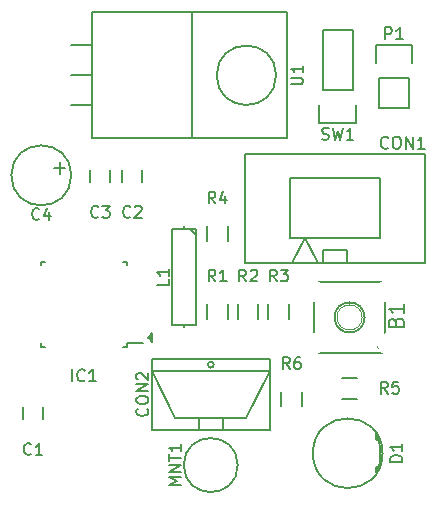
<source format=gbr>
G04 #@! TF.GenerationSoftware,KiCad,Pcbnew,(2017-09-19 revision dddaa7e69)-makepkg*
G04 #@! TF.CreationDate,2017-11-10T03:38:53+01:00*
G04 #@! TF.ProjectId,EPSON_STYLUS_DX4050_INK_CHIP_RESETTER,4550534F4E5F5354594C55535F445834,1*
G04 #@! TF.SameCoordinates,Original*
G04 #@! TF.FileFunction,Legend,Top*
G04 #@! TF.FilePolarity,Positive*
%FSLAX46Y46*%
G04 Gerber Fmt 4.6, Leading zero omitted, Abs format (unit mm)*
G04 Created by KiCad (PCBNEW (2017-09-19 revision dddaa7e69)-makepkg) date 11/10/17 03:38:53*
%MOMM*%
%LPD*%
G01*
G04 APERTURE LIST*
%ADD10C,0.200000*%
%ADD11C,0.127000*%
%ADD12C,0.100000*%
%ADD13C,0.063500*%
%ADD14C,0.150000*%
%ADD15C,0.203200*%
%ADD16C,1.905000*%
%ADD17C,1.524000*%
%ADD18R,2.032000X2.032000*%
%ADD19O,2.032000X2.032000*%
%ADD20R,2.032000X1.727200*%
%ADD21O,2.032000X1.727200*%
%ADD22O,2.499360X1.501140*%
%ADD23C,3.799840*%
%ADD24R,1.250000X1.500000*%
%ADD25C,1.501140*%
%ADD26R,1.524000X1.524000*%
%ADD27C,1.700000*%
%ADD28O,1.000000X1.900000*%
%ADD29R,1.000000X1.900000*%
%ADD30R,1.600000X0.550000*%
%ADD31R,0.550000X1.600000*%
%ADD32R,1.300000X1.500000*%
%ADD33R,1.500000X1.300000*%
%ADD34C,4.064000*%
G04 APERTURE END LIST*
D10*
X147150000Y-111650000D02*
X147200000Y-111750000D01*
X147000000Y-111700000D02*
X147150000Y-111700000D01*
X146950000Y-111700000D02*
X147000000Y-111650000D01*
X147000000Y-111750000D02*
X146950000Y-111700000D01*
X147300000Y-112050000D02*
X147000000Y-111750000D01*
X147300000Y-111350000D02*
X147300000Y-112050000D01*
X147000000Y-111650000D02*
X147300000Y-111350000D01*
X166200000Y-123100000D02*
X166200000Y-122700000D01*
X166200000Y-119800000D02*
X166200000Y-120300000D01*
X166500000Y-122600000D02*
X166500000Y-122400000D01*
X166400000Y-122700000D02*
X166500000Y-122600000D01*
X166400000Y-122600000D02*
X166400000Y-122700000D01*
X166500000Y-120600000D02*
X166600000Y-120700000D01*
X166500000Y-120400000D02*
X166500000Y-120600000D01*
X166400000Y-120300000D02*
X166500000Y-120400000D01*
X166400000Y-120400000D02*
X166400000Y-120300000D01*
X166600000Y-122300000D02*
X166600000Y-120800000D01*
D11*
X166999740Y-107200920D02*
X167497580Y-107200920D01*
X167497580Y-107200920D02*
X167497580Y-108300740D01*
X167497580Y-108300740D02*
X166999740Y-108300740D01*
X166999740Y-111699260D02*
X167497580Y-111699260D01*
X167497580Y-111699260D02*
X167497580Y-112799080D01*
X167497580Y-112799080D02*
X166999740Y-112799080D01*
X161000260Y-112799080D02*
X160502420Y-112799080D01*
X160502420Y-112799080D02*
X160502420Y-111699260D01*
X160502420Y-111699260D02*
X161000260Y-111699260D01*
X161000260Y-107200920D02*
X160502420Y-107200920D01*
X160502420Y-107200920D02*
X160502420Y-108300740D01*
X160502420Y-108300740D02*
X161000260Y-108300740D01*
X166898140Y-107000260D02*
X161101860Y-107000260D01*
X161000260Y-107101860D02*
X161000260Y-108300740D01*
X161000260Y-108300740D02*
X161000260Y-111699260D01*
X161000260Y-111699260D02*
X161000260Y-112898140D01*
X161101860Y-112999740D02*
X166898140Y-112999740D01*
X166999740Y-112898140D02*
X166999740Y-111699260D01*
X166999740Y-111699260D02*
X166999740Y-108300740D01*
X166999740Y-108300740D02*
X166999740Y-107101860D01*
D12*
X165059670Y-110000000D02*
G75*
G03X165059670Y-110000000I-1059670J0D01*
G01*
D13*
X166639452Y-107500640D02*
G75*
G03X166639452Y-107500640I-140092J0D01*
G01*
X166639452Y-112499360D02*
G75*
G03X166639452Y-112499360I-140092J0D01*
G01*
X161640732Y-112499360D02*
G75*
G03X161640732Y-112499360I-140092J0D01*
G01*
X161640732Y-107500640D02*
G75*
G03X161640732Y-107500640I-140092J0D01*
G01*
D10*
X165271604Y-110000000D02*
G75*
G03X165271604Y-110000000I-1271604J0D01*
G01*
D11*
X166999740Y-107101860D02*
G75*
G03X166898140Y-107000260I-101600J0D01*
G01*
X161101860Y-107000260D02*
G75*
G03X161000260Y-107101860I0J-101600D01*
G01*
X161000260Y-112898140D02*
G75*
G03X161101860Y-112999740I101600J0D01*
G01*
X166898140Y-112999740D02*
G75*
G03X166999740Y-112898140I0J101600D01*
G01*
D14*
X150000000Y-101520000D02*
X150000000Y-102536000D01*
X150000000Y-102536000D02*
X151016000Y-102536000D01*
X151016000Y-102536000D02*
X151016000Y-110664000D01*
X151016000Y-110664000D02*
X148984000Y-110664000D01*
X148984000Y-110664000D02*
X148984000Y-102536000D01*
X148984000Y-102536000D02*
X150000000Y-102536000D01*
X150508000Y-102536000D02*
X151016000Y-103044000D01*
X150000000Y-111680000D02*
X150000000Y-110664000D01*
X169020000Y-89770000D02*
X169020000Y-92310000D01*
X169300000Y-86950000D02*
X169300000Y-88500000D01*
X169020000Y-89770000D02*
X166480000Y-89770000D01*
X166200000Y-88500000D02*
X166200000Y-86950000D01*
X166200000Y-86950000D02*
X169300000Y-86950000D01*
X166480000Y-89770000D02*
X166480000Y-92310000D01*
X166480000Y-92310000D02*
X169020000Y-92310000D01*
X164270000Y-90730000D02*
X164270000Y-85650000D01*
X164270000Y-85650000D02*
X161730000Y-85650000D01*
X161730000Y-85650000D02*
X161730000Y-90730000D01*
X161450000Y-93550000D02*
X161450000Y-92000000D01*
X161730000Y-90730000D02*
X164270000Y-90730000D01*
X164550000Y-92000000D02*
X164550000Y-93550000D01*
X164550000Y-93550000D02*
X161450000Y-93550000D01*
X157778472Y-89500000D02*
G75*
G03X157778472Y-89500000I-2514472J0D01*
G01*
X142183000Y-86960000D02*
X140405000Y-86960000D01*
X142183000Y-89500000D02*
X140405000Y-89500000D01*
X142183000Y-92040000D02*
X140405000Y-92040000D01*
X150692000Y-94834000D02*
X158693000Y-94834000D01*
X158693000Y-94834000D02*
X158693000Y-84166000D01*
X158693000Y-84166000D02*
X150692000Y-84166000D01*
X142183000Y-94834000D02*
X150692000Y-94834000D01*
X150692000Y-94834000D02*
X150692000Y-84166000D01*
X150692000Y-84166000D02*
X142183000Y-84166000D01*
X142183000Y-89500000D02*
X142183000Y-84166000D01*
X142183000Y-89500000D02*
X142183000Y-94834000D01*
X136350000Y-117600000D02*
X136350000Y-118600000D01*
X138050000Y-118600000D02*
X138050000Y-117600000D01*
X144750000Y-97500000D02*
X144750000Y-98500000D01*
X146450000Y-98500000D02*
X146450000Y-97500000D01*
X143750000Y-98500000D02*
X143750000Y-97500000D01*
X142050000Y-97500000D02*
X142050000Y-98500000D01*
X139449400Y-96852400D02*
X139449400Y-97817600D01*
X139932000Y-97360400D02*
X138966800Y-97360400D01*
X140440000Y-97970000D02*
G75*
G03X140440000Y-97970000I-2540000J0D01*
G01*
X160250000Y-103250000D02*
X161250000Y-105250000D01*
X160250000Y-103250000D02*
X159250000Y-105250000D01*
X163750000Y-105250000D02*
X163750000Y-104250000D01*
X163750000Y-104250000D02*
X161750000Y-104250000D01*
X161750000Y-104250000D02*
X161750000Y-105250000D01*
X155130000Y-105350000D02*
X170370000Y-105350000D01*
X170370000Y-105350000D02*
X170370000Y-96150000D01*
X170370000Y-96150000D02*
X155130000Y-96150000D01*
X155130000Y-96150000D02*
X155130000Y-105350000D01*
D15*
X166560000Y-103290000D02*
X158940000Y-103290000D01*
X158940000Y-98210000D02*
X166560000Y-98210000D01*
X166560000Y-98210000D02*
X166560000Y-103290000D01*
X158940000Y-103290000D02*
X158940000Y-98210000D01*
D14*
X147250000Y-114500000D02*
X147250000Y-119500000D01*
X147250000Y-119500000D02*
X157250000Y-119500000D01*
X157250000Y-119500000D02*
X157250000Y-114500000D01*
X152500000Y-114000000D02*
G75*
G03X152500000Y-114000000I-250000J0D01*
G01*
X147250000Y-114500000D02*
X147250000Y-113500000D01*
X147250000Y-113500000D02*
X157250000Y-113500000D01*
X157250000Y-113500000D02*
X157250000Y-114500000D01*
X153250000Y-119500000D02*
X153250000Y-118500000D01*
X151250000Y-119500000D02*
X151250000Y-118500000D01*
X157250000Y-114500000D02*
X155250000Y-118500000D01*
X155250000Y-118500000D02*
X149250000Y-118500000D01*
X149250000Y-118500000D02*
X147250000Y-114500000D01*
X147250000Y-114500000D02*
X157250000Y-114500000D01*
X166345000Y-120400000D02*
X166345000Y-119950000D01*
X166795000Y-121500000D02*
G75*
G03X166795000Y-121500000I-2950000J0D01*
G01*
X166345000Y-122600000D02*
X166345000Y-123050000D01*
X145125000Y-112525000D02*
X145125000Y-112200000D01*
X137875000Y-112525000D02*
X137875000Y-112200000D01*
X137875000Y-105275000D02*
X137875000Y-105600000D01*
X145125000Y-105275000D02*
X145125000Y-105600000D01*
X145125000Y-112525000D02*
X144800000Y-112525000D01*
X145125000Y-105275000D02*
X144800000Y-105275000D01*
X137875000Y-105275000D02*
X138200000Y-105275000D01*
X137875000Y-112525000D02*
X138200000Y-112525000D01*
X145125000Y-112200000D02*
X146550000Y-112200000D01*
X151925000Y-110100000D02*
X151925000Y-108900000D01*
X153675000Y-108900000D02*
X153675000Y-110100000D01*
X154525000Y-110100000D02*
X154525000Y-108900000D01*
X156275000Y-108900000D02*
X156275000Y-110100000D01*
X157125000Y-110100000D02*
X157125000Y-108900000D01*
X158875000Y-108900000D02*
X158875000Y-110100000D01*
X153675000Y-102300000D02*
X153675000Y-103500000D01*
X151925000Y-103500000D02*
X151925000Y-102300000D01*
X164600000Y-116875000D02*
X163400000Y-116875000D01*
X163400000Y-115125000D02*
X164600000Y-115125000D01*
X158225000Y-117500000D02*
X158225000Y-116300000D01*
X159975000Y-116300000D02*
X159975000Y-117500000D01*
X154536000Y-122500000D02*
G75*
G03X154536000Y-122500000I-2286000J0D01*
G01*
X167909285Y-110414047D02*
X167969761Y-110232619D01*
X168030238Y-110172142D01*
X168151190Y-110111666D01*
X168332619Y-110111666D01*
X168453571Y-110172142D01*
X168514047Y-110232619D01*
X168574523Y-110353571D01*
X168574523Y-110837380D01*
X167304523Y-110837380D01*
X167304523Y-110414047D01*
X167365000Y-110293095D01*
X167425476Y-110232619D01*
X167546428Y-110172142D01*
X167667380Y-110172142D01*
X167788333Y-110232619D01*
X167848809Y-110293095D01*
X167909285Y-110414047D01*
X167909285Y-110837380D01*
X168574523Y-108902142D02*
X168574523Y-109627857D01*
X168574523Y-109265000D02*
X167304523Y-109265000D01*
X167485952Y-109385952D01*
X167606904Y-109506904D01*
X167667380Y-109627857D01*
X148702380Y-106766666D02*
X148702380Y-107242857D01*
X147702380Y-107242857D01*
X148702380Y-105909523D02*
X148702380Y-106480952D01*
X148702380Y-106195238D02*
X147702380Y-106195238D01*
X147845238Y-106290476D01*
X147940476Y-106385714D01*
X147988095Y-106480952D01*
X167011904Y-86452380D02*
X167011904Y-85452380D01*
X167392857Y-85452380D01*
X167488095Y-85500000D01*
X167535714Y-85547619D01*
X167583333Y-85642857D01*
X167583333Y-85785714D01*
X167535714Y-85880952D01*
X167488095Y-85928571D01*
X167392857Y-85976190D01*
X167011904Y-85976190D01*
X168535714Y-86452380D02*
X167964285Y-86452380D01*
X168250000Y-86452380D02*
X168250000Y-85452380D01*
X168154761Y-85595238D01*
X168059523Y-85690476D01*
X167964285Y-85738095D01*
X161666666Y-94904761D02*
X161809523Y-94952380D01*
X162047619Y-94952380D01*
X162142857Y-94904761D01*
X162190476Y-94857142D01*
X162238095Y-94761904D01*
X162238095Y-94666666D01*
X162190476Y-94571428D01*
X162142857Y-94523809D01*
X162047619Y-94476190D01*
X161857142Y-94428571D01*
X161761904Y-94380952D01*
X161714285Y-94333333D01*
X161666666Y-94238095D01*
X161666666Y-94142857D01*
X161714285Y-94047619D01*
X161761904Y-94000000D01*
X161857142Y-93952380D01*
X162095238Y-93952380D01*
X162238095Y-94000000D01*
X162571428Y-93952380D02*
X162809523Y-94952380D01*
X163000000Y-94238095D01*
X163190476Y-94952380D01*
X163428571Y-93952380D01*
X164333333Y-94952380D02*
X163761904Y-94952380D01*
X164047619Y-94952380D02*
X164047619Y-93952380D01*
X163952380Y-94095238D01*
X163857142Y-94190476D01*
X163761904Y-94238095D01*
X159052380Y-90261904D02*
X159861904Y-90261904D01*
X159957142Y-90214285D01*
X160004761Y-90166666D01*
X160052380Y-90071428D01*
X160052380Y-89880952D01*
X160004761Y-89785714D01*
X159957142Y-89738095D01*
X159861904Y-89690476D01*
X159052380Y-89690476D01*
X160052380Y-88690476D02*
X160052380Y-89261904D01*
X160052380Y-88976190D02*
X159052380Y-88976190D01*
X159195238Y-89071428D01*
X159290476Y-89166666D01*
X159338095Y-89261904D01*
X137033333Y-121557142D02*
X136985714Y-121604761D01*
X136842857Y-121652380D01*
X136747619Y-121652380D01*
X136604761Y-121604761D01*
X136509523Y-121509523D01*
X136461904Y-121414285D01*
X136414285Y-121223809D01*
X136414285Y-121080952D01*
X136461904Y-120890476D01*
X136509523Y-120795238D01*
X136604761Y-120700000D01*
X136747619Y-120652380D01*
X136842857Y-120652380D01*
X136985714Y-120700000D01*
X137033333Y-120747619D01*
X137985714Y-121652380D02*
X137414285Y-121652380D01*
X137700000Y-121652380D02*
X137700000Y-120652380D01*
X137604761Y-120795238D01*
X137509523Y-120890476D01*
X137414285Y-120938095D01*
X145433333Y-101457142D02*
X145385714Y-101504761D01*
X145242857Y-101552380D01*
X145147619Y-101552380D01*
X145004761Y-101504761D01*
X144909523Y-101409523D01*
X144861904Y-101314285D01*
X144814285Y-101123809D01*
X144814285Y-100980952D01*
X144861904Y-100790476D01*
X144909523Y-100695238D01*
X145004761Y-100600000D01*
X145147619Y-100552380D01*
X145242857Y-100552380D01*
X145385714Y-100600000D01*
X145433333Y-100647619D01*
X145814285Y-100647619D02*
X145861904Y-100600000D01*
X145957142Y-100552380D01*
X146195238Y-100552380D01*
X146290476Y-100600000D01*
X146338095Y-100647619D01*
X146385714Y-100742857D01*
X146385714Y-100838095D01*
X146338095Y-100980952D01*
X145766666Y-101552380D01*
X146385714Y-101552380D01*
X142733333Y-101457142D02*
X142685714Y-101504761D01*
X142542857Y-101552380D01*
X142447619Y-101552380D01*
X142304761Y-101504761D01*
X142209523Y-101409523D01*
X142161904Y-101314285D01*
X142114285Y-101123809D01*
X142114285Y-100980952D01*
X142161904Y-100790476D01*
X142209523Y-100695238D01*
X142304761Y-100600000D01*
X142447619Y-100552380D01*
X142542857Y-100552380D01*
X142685714Y-100600000D01*
X142733333Y-100647619D01*
X143066666Y-100552380D02*
X143685714Y-100552380D01*
X143352380Y-100933333D01*
X143495238Y-100933333D01*
X143590476Y-100980952D01*
X143638095Y-101028571D01*
X143685714Y-101123809D01*
X143685714Y-101361904D01*
X143638095Y-101457142D01*
X143590476Y-101504761D01*
X143495238Y-101552380D01*
X143209523Y-101552380D01*
X143114285Y-101504761D01*
X143066666Y-101457142D01*
X137733333Y-101657142D02*
X137685714Y-101704761D01*
X137542857Y-101752380D01*
X137447619Y-101752380D01*
X137304761Y-101704761D01*
X137209523Y-101609523D01*
X137161904Y-101514285D01*
X137114285Y-101323809D01*
X137114285Y-101180952D01*
X137161904Y-100990476D01*
X137209523Y-100895238D01*
X137304761Y-100800000D01*
X137447619Y-100752380D01*
X137542857Y-100752380D01*
X137685714Y-100800000D01*
X137733333Y-100847619D01*
X138590476Y-101085714D02*
X138590476Y-101752380D01*
X138352380Y-100704761D02*
X138114285Y-101419047D01*
X138733333Y-101419047D01*
D15*
X167266285Y-95612857D02*
X167217904Y-95661238D01*
X167072761Y-95709619D01*
X166976000Y-95709619D01*
X166830857Y-95661238D01*
X166734095Y-95564476D01*
X166685714Y-95467714D01*
X166637333Y-95274190D01*
X166637333Y-95129047D01*
X166685714Y-94935523D01*
X166734095Y-94838761D01*
X166830857Y-94742000D01*
X166976000Y-94693619D01*
X167072761Y-94693619D01*
X167217904Y-94742000D01*
X167266285Y-94790380D01*
X167895238Y-94693619D02*
X168088761Y-94693619D01*
X168185523Y-94742000D01*
X168282285Y-94838761D01*
X168330666Y-95032285D01*
X168330666Y-95370952D01*
X168282285Y-95564476D01*
X168185523Y-95661238D01*
X168088761Y-95709619D01*
X167895238Y-95709619D01*
X167798476Y-95661238D01*
X167701714Y-95564476D01*
X167653333Y-95370952D01*
X167653333Y-95032285D01*
X167701714Y-94838761D01*
X167798476Y-94742000D01*
X167895238Y-94693619D01*
X168766095Y-95709619D02*
X168766095Y-94693619D01*
X169346666Y-95709619D01*
X169346666Y-94693619D01*
X170362666Y-95709619D02*
X169782095Y-95709619D01*
X170072380Y-95709619D02*
X170072380Y-94693619D01*
X169975619Y-94838761D01*
X169878857Y-94935523D01*
X169782095Y-94983904D01*
D14*
X146857142Y-117714285D02*
X146904761Y-117761904D01*
X146952380Y-117904761D01*
X146952380Y-118000000D01*
X146904761Y-118142857D01*
X146809523Y-118238095D01*
X146714285Y-118285714D01*
X146523809Y-118333333D01*
X146380952Y-118333333D01*
X146190476Y-118285714D01*
X146095238Y-118238095D01*
X146000000Y-118142857D01*
X145952380Y-118000000D01*
X145952380Y-117904761D01*
X146000000Y-117761904D01*
X146047619Y-117714285D01*
X145952380Y-117095238D02*
X145952380Y-116904761D01*
X146000000Y-116809523D01*
X146095238Y-116714285D01*
X146285714Y-116666666D01*
X146619047Y-116666666D01*
X146809523Y-116714285D01*
X146904761Y-116809523D01*
X146952380Y-116904761D01*
X146952380Y-117095238D01*
X146904761Y-117190476D01*
X146809523Y-117285714D01*
X146619047Y-117333333D01*
X146285714Y-117333333D01*
X146095238Y-117285714D01*
X146000000Y-117190476D01*
X145952380Y-117095238D01*
X146952380Y-116238095D02*
X145952380Y-116238095D01*
X146952380Y-115666666D01*
X145952380Y-115666666D01*
X146047619Y-115238095D02*
X146000000Y-115190476D01*
X145952380Y-115095238D01*
X145952380Y-114857142D01*
X146000000Y-114761904D01*
X146047619Y-114714285D01*
X146142857Y-114666666D01*
X146238095Y-114666666D01*
X146380952Y-114714285D01*
X146952380Y-115285714D01*
X146952380Y-114666666D01*
X168452380Y-122238095D02*
X167452380Y-122238095D01*
X167452380Y-122000000D01*
X167500000Y-121857142D01*
X167595238Y-121761904D01*
X167690476Y-121714285D01*
X167880952Y-121666666D01*
X168023809Y-121666666D01*
X168214285Y-121714285D01*
X168309523Y-121761904D01*
X168404761Y-121857142D01*
X168452380Y-122000000D01*
X168452380Y-122238095D01*
X168452380Y-120714285D02*
X168452380Y-121285714D01*
X168452380Y-121000000D02*
X167452380Y-121000000D01*
X167595238Y-121095238D01*
X167690476Y-121190476D01*
X167738095Y-121285714D01*
X140523809Y-115402380D02*
X140523809Y-114402380D01*
X141571428Y-115307142D02*
X141523809Y-115354761D01*
X141380952Y-115402380D01*
X141285714Y-115402380D01*
X141142857Y-115354761D01*
X141047619Y-115259523D01*
X141000000Y-115164285D01*
X140952380Y-114973809D01*
X140952380Y-114830952D01*
X141000000Y-114640476D01*
X141047619Y-114545238D01*
X141142857Y-114450000D01*
X141285714Y-114402380D01*
X141380952Y-114402380D01*
X141523809Y-114450000D01*
X141571428Y-114497619D01*
X142523809Y-115402380D02*
X141952380Y-115402380D01*
X142238095Y-115402380D02*
X142238095Y-114402380D01*
X142142857Y-114545238D01*
X142047619Y-114640476D01*
X141952380Y-114688095D01*
X152633333Y-106952380D02*
X152300000Y-106476190D01*
X152061904Y-106952380D02*
X152061904Y-105952380D01*
X152442857Y-105952380D01*
X152538095Y-106000000D01*
X152585714Y-106047619D01*
X152633333Y-106142857D01*
X152633333Y-106285714D01*
X152585714Y-106380952D01*
X152538095Y-106428571D01*
X152442857Y-106476190D01*
X152061904Y-106476190D01*
X153585714Y-106952380D02*
X153014285Y-106952380D01*
X153300000Y-106952380D02*
X153300000Y-105952380D01*
X153204761Y-106095238D01*
X153109523Y-106190476D01*
X153014285Y-106238095D01*
X155233333Y-106952380D02*
X154900000Y-106476190D01*
X154661904Y-106952380D02*
X154661904Y-105952380D01*
X155042857Y-105952380D01*
X155138095Y-106000000D01*
X155185714Y-106047619D01*
X155233333Y-106142857D01*
X155233333Y-106285714D01*
X155185714Y-106380952D01*
X155138095Y-106428571D01*
X155042857Y-106476190D01*
X154661904Y-106476190D01*
X155614285Y-106047619D02*
X155661904Y-106000000D01*
X155757142Y-105952380D01*
X155995238Y-105952380D01*
X156090476Y-106000000D01*
X156138095Y-106047619D01*
X156185714Y-106142857D01*
X156185714Y-106238095D01*
X156138095Y-106380952D01*
X155566666Y-106952380D01*
X156185714Y-106952380D01*
X157833333Y-106952380D02*
X157500000Y-106476190D01*
X157261904Y-106952380D02*
X157261904Y-105952380D01*
X157642857Y-105952380D01*
X157738095Y-106000000D01*
X157785714Y-106047619D01*
X157833333Y-106142857D01*
X157833333Y-106285714D01*
X157785714Y-106380952D01*
X157738095Y-106428571D01*
X157642857Y-106476190D01*
X157261904Y-106476190D01*
X158166666Y-105952380D02*
X158785714Y-105952380D01*
X158452380Y-106333333D01*
X158595238Y-106333333D01*
X158690476Y-106380952D01*
X158738095Y-106428571D01*
X158785714Y-106523809D01*
X158785714Y-106761904D01*
X158738095Y-106857142D01*
X158690476Y-106904761D01*
X158595238Y-106952380D01*
X158309523Y-106952380D01*
X158214285Y-106904761D01*
X158166666Y-106857142D01*
X152633333Y-100352380D02*
X152300000Y-99876190D01*
X152061904Y-100352380D02*
X152061904Y-99352380D01*
X152442857Y-99352380D01*
X152538095Y-99400000D01*
X152585714Y-99447619D01*
X152633333Y-99542857D01*
X152633333Y-99685714D01*
X152585714Y-99780952D01*
X152538095Y-99828571D01*
X152442857Y-99876190D01*
X152061904Y-99876190D01*
X153490476Y-99685714D02*
X153490476Y-100352380D01*
X153252380Y-99304761D02*
X153014285Y-100019047D01*
X153633333Y-100019047D01*
X167233333Y-116452380D02*
X166900000Y-115976190D01*
X166661904Y-116452380D02*
X166661904Y-115452380D01*
X167042857Y-115452380D01*
X167138095Y-115500000D01*
X167185714Y-115547619D01*
X167233333Y-115642857D01*
X167233333Y-115785714D01*
X167185714Y-115880952D01*
X167138095Y-115928571D01*
X167042857Y-115976190D01*
X166661904Y-115976190D01*
X168138095Y-115452380D02*
X167661904Y-115452380D01*
X167614285Y-115928571D01*
X167661904Y-115880952D01*
X167757142Y-115833333D01*
X167995238Y-115833333D01*
X168090476Y-115880952D01*
X168138095Y-115928571D01*
X168185714Y-116023809D01*
X168185714Y-116261904D01*
X168138095Y-116357142D01*
X168090476Y-116404761D01*
X167995238Y-116452380D01*
X167757142Y-116452380D01*
X167661904Y-116404761D01*
X167614285Y-116357142D01*
X158933333Y-114352380D02*
X158600000Y-113876190D01*
X158361904Y-114352380D02*
X158361904Y-113352380D01*
X158742857Y-113352380D01*
X158838095Y-113400000D01*
X158885714Y-113447619D01*
X158933333Y-113542857D01*
X158933333Y-113685714D01*
X158885714Y-113780952D01*
X158838095Y-113828571D01*
X158742857Y-113876190D01*
X158361904Y-113876190D01*
X159790476Y-113352380D02*
X159600000Y-113352380D01*
X159504761Y-113400000D01*
X159457142Y-113447619D01*
X159361904Y-113590476D01*
X159314285Y-113780952D01*
X159314285Y-114161904D01*
X159361904Y-114257142D01*
X159409523Y-114304761D01*
X159504761Y-114352380D01*
X159695238Y-114352380D01*
X159790476Y-114304761D01*
X159838095Y-114257142D01*
X159885714Y-114161904D01*
X159885714Y-113923809D01*
X159838095Y-113828571D01*
X159790476Y-113780952D01*
X159695238Y-113733333D01*
X159504761Y-113733333D01*
X159409523Y-113780952D01*
X159361904Y-113828571D01*
X159314285Y-113923809D01*
X149702380Y-124214285D02*
X148702380Y-124214285D01*
X149416666Y-123880952D01*
X148702380Y-123547619D01*
X149702380Y-123547619D01*
X149702380Y-123071428D02*
X148702380Y-123071428D01*
X149702380Y-122500000D01*
X148702380Y-122500000D01*
X148702380Y-122166666D02*
X148702380Y-121595238D01*
X149702380Y-121880952D02*
X148702380Y-121880952D01*
X149702380Y-120738095D02*
X149702380Y-121309523D01*
X149702380Y-121023809D02*
X148702380Y-121023809D01*
X148845238Y-121119047D01*
X148940476Y-121214285D01*
X148988095Y-121309523D01*
%LPC*%
D16*
X167248660Y-107752100D03*
X160802140Y-107752100D03*
X167299460Y-112247900D03*
X160850400Y-112247900D03*
D17*
X150000000Y-101520000D03*
X150000000Y-111680000D03*
D18*
X167750000Y-88500000D03*
D19*
X167750000Y-91040000D03*
D20*
X163000000Y-92000000D03*
D21*
X163000000Y-89460000D03*
X163000000Y-86920000D03*
D22*
X138500000Y-89500000D03*
X138500000Y-86960000D03*
X138500000Y-92040000D03*
D23*
X155264000Y-89500000D03*
D24*
X137200000Y-119350000D03*
X137200000Y-116850000D03*
X145600000Y-99250000D03*
X145600000Y-96750000D03*
X142900000Y-96750000D03*
X142900000Y-99250000D03*
D25*
X137900000Y-99240000D03*
X137900000Y-96700000D03*
D26*
X160210000Y-102020000D03*
D17*
X160210000Y-99480000D03*
X162750000Y-102020000D03*
X162750000Y-99480000D03*
X165290000Y-102020000D03*
X165290000Y-99480000D03*
D27*
X155250000Y-115500000D03*
X153250000Y-115500000D03*
X151250000Y-115500000D03*
X149250000Y-115500000D03*
X154250000Y-117500000D03*
X152250000Y-117500000D03*
X150250000Y-117500000D03*
D28*
X165750000Y-121500000D03*
D29*
X164480000Y-121500000D03*
D28*
X163210000Y-121500000D03*
X161940000Y-121500000D03*
D30*
X145750000Y-111700000D03*
X145750000Y-110900000D03*
X145750000Y-110100000D03*
X145750000Y-109300000D03*
X145750000Y-108500000D03*
X145750000Y-107700000D03*
X145750000Y-106900000D03*
X145750000Y-106100000D03*
D31*
X144300000Y-104650000D03*
X143500000Y-104650000D03*
X142700000Y-104650000D03*
X141900000Y-104650000D03*
X141100000Y-104650000D03*
X140300000Y-104650000D03*
X139500000Y-104650000D03*
X138700000Y-104650000D03*
D30*
X137250000Y-106100000D03*
X137250000Y-106900000D03*
X137250000Y-107700000D03*
X137250000Y-108500000D03*
X137250000Y-109300000D03*
X137250000Y-110100000D03*
X137250000Y-110900000D03*
X137250000Y-111700000D03*
D31*
X138700000Y-113150000D03*
X139500000Y-113150000D03*
X140300000Y-113150000D03*
X141100000Y-113150000D03*
X141900000Y-113150000D03*
X142700000Y-113150000D03*
X143500000Y-113150000D03*
X144300000Y-113150000D03*
D32*
X152800000Y-108150000D03*
X152800000Y-110850000D03*
X155400000Y-108150000D03*
X155400000Y-110850000D03*
X158000000Y-108150000D03*
X158000000Y-110850000D03*
X152800000Y-104250000D03*
X152800000Y-101550000D03*
D33*
X162650000Y-116000000D03*
X165350000Y-116000000D03*
D32*
X159100000Y-115550000D03*
X159100000Y-118250000D03*
D34*
X152250000Y-122500000D03*
M02*

</source>
